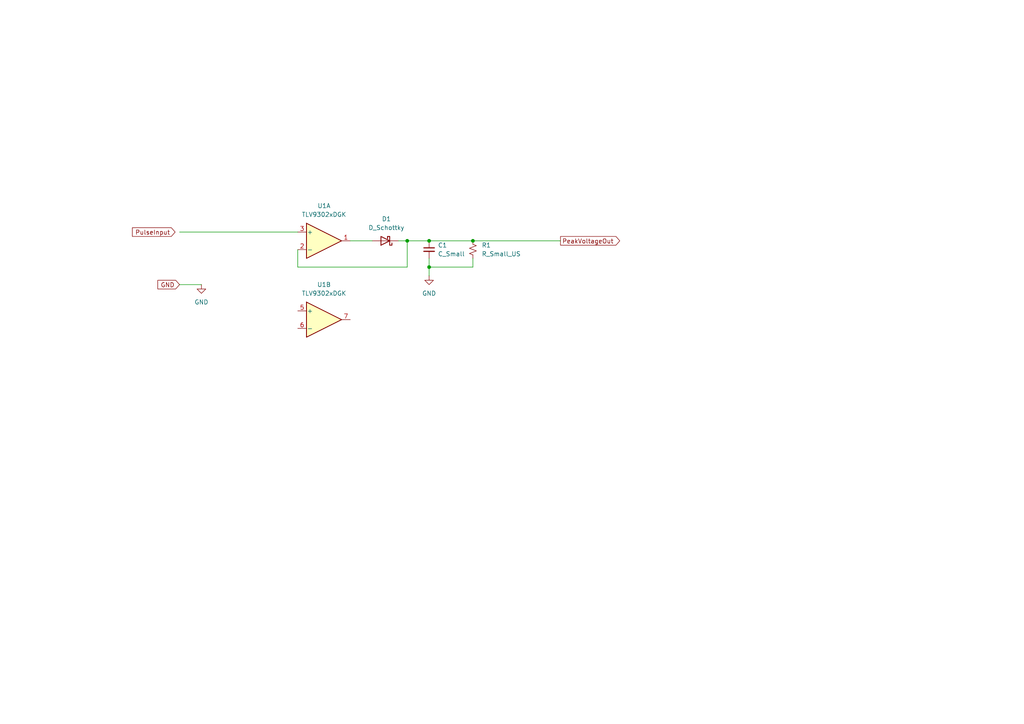
<source format=kicad_sch>
(kicad_sch (version 20231120) (generator "eeschema") (generator_version "8.0")
  (paper "A4")
  (lib_symbols
    (symbol "Amplifier_Operational:TLV9302xDGK" (pin_names (offset 0.127))
      (property "Reference" "U" (at 0 5.08 0))
      (property "Value" "TLV9302xDGK" (at 0 -5.08 0))
      (symbol "TLV9302xDGK_1_1"
        (polyline (pts (xy -5.08 5.08) (xy 5.08 0) (xy -5.08 -5.08) (xy -5.08 5.08)) (stroke (width 0.254)) (fill (type background)))
        (pin output line (at 7.62 0 180) (length 2.54) (name "~") (number "1"))
        (pin input line (at -7.62 -2.54 0) (length 2.54) (name "-") (number "2"))
        (pin input line (at -7.62 2.54 0) (length 2.54) (name "+") (number "3"))
      )
      (symbol "TLV9302xDGK_2_1"
        (polyline (pts (xy -5.08 5.08) (xy 5.08 0) (xy -5.08 -5.08) (xy -5.08 5.08)) (stroke (width 0.254)) (fill (type background)))
        (pin input line (at -7.62 2.54 0) (length 2.54) (name "+") (number "5"))
        (pin input line (at -7.62 -2.54 0) (length 2.54) (name "-") (number "6"))
        (pin output line (at 7.62 0 180) (length 2.54) (name "~") (number "7"))
      )
      (symbol "TLV9302xDGK_3_1"
        (pin power_in line (at -2.54 -7.62 90) (length 3.81) (name "V-") (number "4"))
        (pin power_in line (at -2.54 7.62 270) (length 3.81) (name "V+") (number "8"))
      )
    )
    (symbol "Device:C_Small" (pin_numbers hide) (pin_names (offset 0.254) hide)
      (property "Reference" "C" (at 0.254 1.778 0))
      (property "Value" "C_Small" (at 0.254 -2.032 0))
      (symbol "C_Small_0_1"
        (polyline (pts (xy -1.524 -0.508) (xy 1.524 -0.508)) (stroke (width 0.3302)))
        (polyline (pts (xy -1.524 0.508) (xy 1.524 0.508)) (stroke (width 0.3048)))
      )
      (symbol "C_Small_1_1"
        (pin passive line (at 0 2.54 270) (length 2.032) (name "~") (number "1"))
        (pin passive line (at 0 -2.54 90) (length 2.032) (name "~") (number "2"))
      )
    )
    (symbol "Device:D_Schottky" (pin_numbers hide) (pin_names (offset 1.016) hide)
      (property "Reference" "D" (at 0 2.54 0))
      (property "Value" "D_Schottky" (at 0 -2.54 0))
      (symbol "D_Schottky_0_1"
        (polyline (pts (xy 1.27 0) (xy -1.27 0)))
        (polyline (pts (xy 1.27 1.27) (xy 1.27 -1.27) (xy -1.27 0) (xy 1.27 1.27)) (stroke (width 0.254)))
        (polyline (pts (xy -1.905 0.635) (xy -1.905 1.27) (xy -1.27 1.27) (xy -1.27 -1.27) (xy -0.635 -1.27) (xy -0.635 -0.635)) (stroke (width 0.254)))
      )
      (symbol "D_Schottky_1_1"
        (pin passive line (at -3.81 0 0) (length 2.54) (name "K") (number "1"))
        (pin passive line (at 3.81 0 180) (length 2.54) (name "A") (number "2"))
      )
    )
    (symbol "Device:R_Small_US" (pin_numbers hide) (pin_names (offset 0.254) hide)
      (property "Reference" "R" (at 0.762 0.508 0))
      (property "Value" "R_Small_US" (at 0.762 -1.016 0))
      (symbol "R_Small_US_1_1"
        (polyline (pts (xy 0 0) (xy 1.016 -0.381) (xy 0 -0.762) (xy -1.016 -1.143) (xy 0 -1.524)))
        (polyline (pts (xy 0 1.524) (xy 1.016 1.143) (xy 0 0.762) (xy -1.016 0.381) (xy 0 0)))
        (pin passive line (at 0 2.54 270) (length 1.016) (name "~") (number "1"))
        (pin passive line (at 0 -2.54 90) (length 1.016) (name "~") (number "2"))
      )
    )
    (symbol "power:GND" (power) (pin_numbers hide) (pin_names (offset 0) hide)
      (property "Value" "GND" (at 0 -3.81 0))
      (symbol "GND_0_1"
        (polyline (pts (xy 0 0) (xy 0 -1.27) (xy 1.27 -1.27) (xy 0 -2.54) (xy -1.27 -1.27) (xy 0 -1.27)))
      )
      (symbol "GND_1_1"
        (pin power_in line (at 0 0 270) (length 0) (name "~") (number "1"))
      )
    )
  )
  (junction (at 124.46 69.85))
  (junction (at 137.16 69.85))
  (junction (at 118.11 69.85))
  (junction (at 124.46 77.47))
  (wire (pts (xy 124.46 77.47) (xy 124.46 80.01)))
  (wire (pts (xy 118.11 69.85) (xy 124.46 69.85)))
  (wire (pts (xy 86.36 77.47) (xy 118.11 77.47)))
  (wire (pts (xy 101.6 69.85) (xy 107.95 69.85)))
  (wire (pts (xy 115.57 69.85) (xy 118.11 69.85)))
  (wire (pts (xy 52.07 82.55) (xy 58.42 82.55)))
  (wire (pts (xy 137.16 69.85) (xy 162.56 69.85)))
  (wire (pts (xy 86.36 72.39) (xy 86.36 77.47)))
  (wire (pts (xy 124.46 74.93) (xy 124.46 77.47)))
  (wire (pts (xy 118.11 77.47) (xy 118.11 69.85)))
  (wire (pts (xy 137.16 74.93) (xy 137.16 77.47)))
  (wire (pts (xy 137.16 77.47) (xy 124.46 77.47)))
  (wire (pts (xy 52.07 67.31) (xy 86.36 67.31)))
  (wire (pts (xy 124.46 69.85) (xy 137.16 69.85)))
  (global_label "GND" (shape input) (at 52.07 82.55 180) (property "Intersheetrefs" "${INTERSHEET_REFS}" (effects (hide yes))))
  (global_label "PeakVoltageOut" (shape output) (at 162.56 69.85 0) (property "Intersheetrefs" "${INTERSHEET_REFS}" (effects (hide yes))))
  (global_label "PulseInput" (shape input) (at 50.8 67.31 180) (property "Intersheetrefs" "${INTERSHEET_REFS}" (effects (hide yes))))
  (symbol (lib_id "power:GND") (at 58.42 82.55 0) (unit 1)
    (property "Reference" "#PWR01" (effects (hide yes)))
    (property "Value" "GND" (at 58.42 87.63 0))
    (property "Description" "Power symbol creates a global label with name \"GND\" , ground" (effects (hide yes)))
  )
  (symbol (lib_id "Device:R_Small_US") (at 137.16 72.39 0) (unit 1)
    (property "Reference" "R1" (at 139.7 71.1199 0) (effects (justify left)))
    (property "Value" "R_Small_US" (at 139.7 73.6599 0) (effects (justify left)))
    (property "Description" "Resistor, small US symbol" (effects (hide yes)))
  )
  (symbol (lib_id "power:GND") (at 124.46 80.01 0) (unit 1)
    (property "Reference" "#PWR02" (effects (hide yes)))
    (property "Value" "GND" (at 124.46 85.09 0))
    (property "Description" "Power symbol creates a global label with name \"GND\" , ground" (effects (hide yes)))
  )
  (symbol (lib_id "Device:C_Small") (at 124.46 72.39 0) (unit 1)
    (property "Reference" "C1" (at 127 71.1262 0) (effects (justify left)))
    (property "Value" "C_Small" (at 127 73.6662 0) (effects (justify left)))
    (property "Description" "Unpolarized capacitor, small symbol" (effects (hide yes)))
  )
  (symbol (lib_id "Amplifier_Operational:TLV9302xDGK") (at 93.98 69.85 0) (unit 1)
    (property "Reference" "U1" (at 93.98 59.69 0))
    (property "Value" "TLV9302xDGK" (at 93.98 62.23 0))
    (property "Footprint" "Package_SO:MSOP-8_3x3mm_P0.65mm" (effects (hide yes)))
    (property "Datasheet" "https://www.ti.com/lit/ds/symlink/tlv9302.pdf" (effects (hide yes)))
    (property "Description" "40-V, 1-MHz, RRO Operational Amplifiers for Cost-Sensitive Systems, VSSOP-8" (effects (hide yes)))
  )
  (symbol (lib_id "Amplifier_Operational:TLV9302xDGK") (at 93.98 92.71 0) (unit 2)
    (property "Reference" "U1" (at 93.98 82.55 0))
    (property "Value" "TLV9302xDGK" (at 93.98 85.09 0))
    (property "Footprint" "Package_SO:MSOP-8_3x3mm_P0.65mm" (effects (hide yes)))
    (property "Datasheet" "https://www.ti.com/lit/ds/symlink/tlv9302.pdf" (effects (hide yes)))
    (property "Description" "40-V, 1-MHz, RRO Operational Amplifiers for Cost-Sensitive Systems, VSSOP-8" (effects (hide yes)))
  )
  (symbol (lib_id "Device:D_Schottky") (at 111.76 69.85 180) (unit 1)
    (property "Reference" "D1" (at 112.0775 63.5 0))
    (property "Value" "D_Schottky" (at 112.0775 66.04 0))
    (property "Description" "Schottky diode" (effects (hide yes)))
  )
)
</source>
